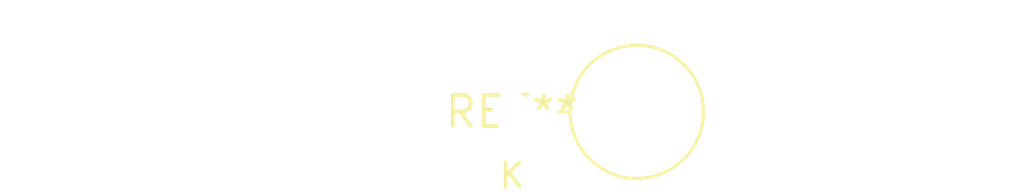
<source format=kicad_pcb>
(kicad_pcb (version 20240108) (generator pcbnew)
  (layers (0 "F.Cu" signal) (31 "B.Cu" signal) (34 "B.Paste" user) (35 "F.Paste" user) (36 "B.SilkS" user "B.Silkscreen") (37 "F.SilkS" user "F.Silkscreen") (38 "B.Mask" user) (39 "F.Mask" user) (44 "Edge.Cuts" user))
  (net 0 "")
  (footprint "D_DO-201AD_P5.08mm_Vertical_KathodeUp" (layer "F.Cu") (at 0 0)
    (property "Reference" "REF**")
    (property "Value" "D_DO-201AD_P5.08mm_Vertical_KathodeUp")
    (fp_line (start 2.36 0) (end 1.9 0) (layer "F.SilkS") (stroke (width 0.12)))
    (fp_circle (center 5.08 0) (end 7.8 0) (layer "F.SilkS") (stroke (width 0.12)) (fill none))
    (fp_text user "K" (at 0 2.6 0) (layer "F.SilkS"))
    (pad "1" thru_hole rect (at 0 0) (size 3.2 3.2) (drill 1.6) (layers *.Cu *.Mask) (remove_unused_layers))
    (pad "2" thru_hole oval (at 5.08 0) (size 3.2 3.2) (drill 1.6) (layers *.Cu *.Mask) (remove_unused_layers))
  )
)
</source>
